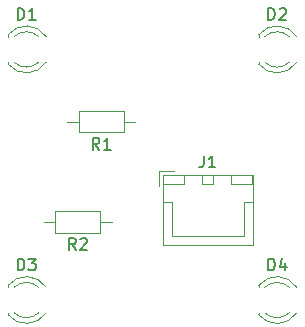
<source format=gbr>
%TF.GenerationSoftware,KiCad,Pcbnew,8.0.3*%
%TF.CreationDate,2024-07-15T13:33:40+01:00*%
%TF.ProjectId,Alignment PCB,416c6967-6e6d-4656-9e74-205043422e6b,rev?*%
%TF.SameCoordinates,Original*%
%TF.FileFunction,Legend,Top*%
%TF.FilePolarity,Positive*%
%FSLAX46Y46*%
G04 Gerber Fmt 4.6, Leading zero omitted, Abs format (unit mm)*
G04 Created by KiCad (PCBNEW 8.0.3) date 2024-07-15 13:33:40*
%MOMM*%
%LPD*%
G01*
G04 APERTURE LIST*
%ADD10C,0.150000*%
%ADD11C,0.120000*%
G04 APERTURE END LIST*
D10*
X109641905Y-58104819D02*
X109641905Y-57104819D01*
X109641905Y-57104819D02*
X109880000Y-57104819D01*
X109880000Y-57104819D02*
X110022857Y-57152438D01*
X110022857Y-57152438D02*
X110118095Y-57247676D01*
X110118095Y-57247676D02*
X110165714Y-57342914D01*
X110165714Y-57342914D02*
X110213333Y-57533390D01*
X110213333Y-57533390D02*
X110213333Y-57676247D01*
X110213333Y-57676247D02*
X110165714Y-57866723D01*
X110165714Y-57866723D02*
X110118095Y-57961961D01*
X110118095Y-57961961D02*
X110022857Y-58057200D01*
X110022857Y-58057200D02*
X109880000Y-58104819D01*
X109880000Y-58104819D02*
X109641905Y-58104819D01*
X111070476Y-57438152D02*
X111070476Y-58104819D01*
X110832381Y-57057200D02*
X110594286Y-57771485D01*
X110594286Y-57771485D02*
X111213333Y-57771485D01*
X88421905Y-58104819D02*
X88421905Y-57104819D01*
X88421905Y-57104819D02*
X88660000Y-57104819D01*
X88660000Y-57104819D02*
X88802857Y-57152438D01*
X88802857Y-57152438D02*
X88898095Y-57247676D01*
X88898095Y-57247676D02*
X88945714Y-57342914D01*
X88945714Y-57342914D02*
X88993333Y-57533390D01*
X88993333Y-57533390D02*
X88993333Y-57676247D01*
X88993333Y-57676247D02*
X88945714Y-57866723D01*
X88945714Y-57866723D02*
X88898095Y-57961961D01*
X88898095Y-57961961D02*
X88802857Y-58057200D01*
X88802857Y-58057200D02*
X88660000Y-58104819D01*
X88660000Y-58104819D02*
X88421905Y-58104819D01*
X89326667Y-57104819D02*
X89945714Y-57104819D01*
X89945714Y-57104819D02*
X89612381Y-57485771D01*
X89612381Y-57485771D02*
X89755238Y-57485771D01*
X89755238Y-57485771D02*
X89850476Y-57533390D01*
X89850476Y-57533390D02*
X89898095Y-57581009D01*
X89898095Y-57581009D02*
X89945714Y-57676247D01*
X89945714Y-57676247D02*
X89945714Y-57914342D01*
X89945714Y-57914342D02*
X89898095Y-58009580D01*
X89898095Y-58009580D02*
X89850476Y-58057200D01*
X89850476Y-58057200D02*
X89755238Y-58104819D01*
X89755238Y-58104819D02*
X89469524Y-58104819D01*
X89469524Y-58104819D02*
X89374286Y-58057200D01*
X89374286Y-58057200D02*
X89326667Y-58009580D01*
X109641905Y-36884819D02*
X109641905Y-35884819D01*
X109641905Y-35884819D02*
X109880000Y-35884819D01*
X109880000Y-35884819D02*
X110022857Y-35932438D01*
X110022857Y-35932438D02*
X110118095Y-36027676D01*
X110118095Y-36027676D02*
X110165714Y-36122914D01*
X110165714Y-36122914D02*
X110213333Y-36313390D01*
X110213333Y-36313390D02*
X110213333Y-36456247D01*
X110213333Y-36456247D02*
X110165714Y-36646723D01*
X110165714Y-36646723D02*
X110118095Y-36741961D01*
X110118095Y-36741961D02*
X110022857Y-36837200D01*
X110022857Y-36837200D02*
X109880000Y-36884819D01*
X109880000Y-36884819D02*
X109641905Y-36884819D01*
X110594286Y-35980057D02*
X110641905Y-35932438D01*
X110641905Y-35932438D02*
X110737143Y-35884819D01*
X110737143Y-35884819D02*
X110975238Y-35884819D01*
X110975238Y-35884819D02*
X111070476Y-35932438D01*
X111070476Y-35932438D02*
X111118095Y-35980057D01*
X111118095Y-35980057D02*
X111165714Y-36075295D01*
X111165714Y-36075295D02*
X111165714Y-36170533D01*
X111165714Y-36170533D02*
X111118095Y-36313390D01*
X111118095Y-36313390D02*
X110546667Y-36884819D01*
X110546667Y-36884819D02*
X111165714Y-36884819D01*
X88421905Y-36884819D02*
X88421905Y-35884819D01*
X88421905Y-35884819D02*
X88660000Y-35884819D01*
X88660000Y-35884819D02*
X88802857Y-35932438D01*
X88802857Y-35932438D02*
X88898095Y-36027676D01*
X88898095Y-36027676D02*
X88945714Y-36122914D01*
X88945714Y-36122914D02*
X88993333Y-36313390D01*
X88993333Y-36313390D02*
X88993333Y-36456247D01*
X88993333Y-36456247D02*
X88945714Y-36646723D01*
X88945714Y-36646723D02*
X88898095Y-36741961D01*
X88898095Y-36741961D02*
X88802857Y-36837200D01*
X88802857Y-36837200D02*
X88660000Y-36884819D01*
X88660000Y-36884819D02*
X88421905Y-36884819D01*
X89945714Y-36884819D02*
X89374286Y-36884819D01*
X89660000Y-36884819D02*
X89660000Y-35884819D01*
X89660000Y-35884819D02*
X89564762Y-36027676D01*
X89564762Y-36027676D02*
X89469524Y-36122914D01*
X89469524Y-36122914D02*
X89374286Y-36170533D01*
X93333333Y-56374819D02*
X93000000Y-55898628D01*
X92761905Y-56374819D02*
X92761905Y-55374819D01*
X92761905Y-55374819D02*
X93142857Y-55374819D01*
X93142857Y-55374819D02*
X93238095Y-55422438D01*
X93238095Y-55422438D02*
X93285714Y-55470057D01*
X93285714Y-55470057D02*
X93333333Y-55565295D01*
X93333333Y-55565295D02*
X93333333Y-55708152D01*
X93333333Y-55708152D02*
X93285714Y-55803390D01*
X93285714Y-55803390D02*
X93238095Y-55851009D01*
X93238095Y-55851009D02*
X93142857Y-55898628D01*
X93142857Y-55898628D02*
X92761905Y-55898628D01*
X93714286Y-55470057D02*
X93761905Y-55422438D01*
X93761905Y-55422438D02*
X93857143Y-55374819D01*
X93857143Y-55374819D02*
X94095238Y-55374819D01*
X94095238Y-55374819D02*
X94190476Y-55422438D01*
X94190476Y-55422438D02*
X94238095Y-55470057D01*
X94238095Y-55470057D02*
X94285714Y-55565295D01*
X94285714Y-55565295D02*
X94285714Y-55660533D01*
X94285714Y-55660533D02*
X94238095Y-55803390D01*
X94238095Y-55803390D02*
X93666667Y-56374819D01*
X93666667Y-56374819D02*
X94285714Y-56374819D01*
X95333333Y-47874819D02*
X95000000Y-47398628D01*
X94761905Y-47874819D02*
X94761905Y-46874819D01*
X94761905Y-46874819D02*
X95142857Y-46874819D01*
X95142857Y-46874819D02*
X95238095Y-46922438D01*
X95238095Y-46922438D02*
X95285714Y-46970057D01*
X95285714Y-46970057D02*
X95333333Y-47065295D01*
X95333333Y-47065295D02*
X95333333Y-47208152D01*
X95333333Y-47208152D02*
X95285714Y-47303390D01*
X95285714Y-47303390D02*
X95238095Y-47351009D01*
X95238095Y-47351009D02*
X95142857Y-47398628D01*
X95142857Y-47398628D02*
X94761905Y-47398628D01*
X96285714Y-47874819D02*
X95714286Y-47874819D01*
X96000000Y-47874819D02*
X96000000Y-46874819D01*
X96000000Y-46874819D02*
X95904762Y-47017676D01*
X95904762Y-47017676D02*
X95809524Y-47112914D01*
X95809524Y-47112914D02*
X95714286Y-47160533D01*
X104166666Y-48379819D02*
X104166666Y-49094104D01*
X104166666Y-49094104D02*
X104119047Y-49236961D01*
X104119047Y-49236961D02*
X104023809Y-49332200D01*
X104023809Y-49332200D02*
X103880952Y-49379819D01*
X103880952Y-49379819D02*
X103785714Y-49379819D01*
X105166666Y-49379819D02*
X104595238Y-49379819D01*
X104880952Y-49379819D02*
X104880952Y-48379819D01*
X104880952Y-48379819D02*
X104785714Y-48522676D01*
X104785714Y-48522676D02*
X104690476Y-48617914D01*
X104690476Y-48617914D02*
X104595238Y-48665533D01*
D11*
%TO.C,D4*%
X108820000Y-59374000D02*
X108820000Y-59530000D01*
X108820000Y-61690000D02*
X108820000Y-61846000D01*
X108820000Y-59374484D02*
G75*
G02*
X112052335Y-59531392I1560000J-1235516D01*
G01*
X109339039Y-59530000D02*
G75*
G02*
X111421130Y-59530163I1040961J-1080000D01*
G01*
X111421130Y-61689837D02*
G75*
G02*
X109339039Y-61690000I-1041130J1079837D01*
G01*
X112052335Y-61688608D02*
G75*
G02*
X108820000Y-61845516I-1672335J1078608D01*
G01*
%TO.C,D3*%
X87600000Y-59374000D02*
X87600000Y-59530000D01*
X87600000Y-61690000D02*
X87600000Y-61846000D01*
X87600000Y-59374484D02*
G75*
G02*
X90832335Y-59531392I1560000J-1235516D01*
G01*
X88119039Y-59530000D02*
G75*
G02*
X90201130Y-59530163I1040961J-1080000D01*
G01*
X90201130Y-61689837D02*
G75*
G02*
X88119039Y-61690000I-1041130J1079837D01*
G01*
X90832335Y-61688608D02*
G75*
G02*
X87600000Y-61845516I-1672335J1078608D01*
G01*
%TO.C,D2*%
X112052335Y-40468608D02*
G75*
G02*
X108820000Y-40625516I-1672335J1078608D01*
G01*
X111421130Y-40469837D02*
G75*
G02*
X109339039Y-40470000I-1041130J1079837D01*
G01*
X109339039Y-38310000D02*
G75*
G02*
X111421130Y-38310163I1040961J-1080000D01*
G01*
X108820000Y-38154484D02*
G75*
G02*
X112052335Y-38311392I1560000J-1235516D01*
G01*
X108820000Y-40470000D02*
X108820000Y-40626000D01*
X108820000Y-38154000D02*
X108820000Y-38310000D01*
%TO.C,D1*%
X90832335Y-40468608D02*
G75*
G02*
X87600000Y-40625516I-1672335J1078608D01*
G01*
X90201130Y-40469837D02*
G75*
G02*
X88119039Y-40470000I-1041130J1079837D01*
G01*
X88119039Y-38310000D02*
G75*
G02*
X90201130Y-38310163I1040961J-1080000D01*
G01*
X87600000Y-38154484D02*
G75*
G02*
X90832335Y-38311392I1560000J-1235516D01*
G01*
X87600000Y-40470000D02*
X87600000Y-40626000D01*
X87600000Y-38154000D02*
X87600000Y-38310000D01*
%TO.C,R2*%
X96370000Y-54000000D02*
X95420000Y-54000000D01*
X95420000Y-54920000D02*
X95420000Y-53080000D01*
X95420000Y-53080000D02*
X91580000Y-53080000D01*
X91580000Y-54920000D02*
X95420000Y-54920000D01*
X91580000Y-53080000D02*
X91580000Y-54920000D01*
X90630000Y-54000000D02*
X91580000Y-54000000D01*
%TO.C,R1*%
X98370000Y-45500000D02*
X97420000Y-45500000D01*
X97420000Y-46420000D02*
X97420000Y-44580000D01*
X97420000Y-44580000D02*
X93580000Y-44580000D01*
X93580000Y-46420000D02*
X97420000Y-46420000D01*
X93580000Y-44580000D02*
X93580000Y-46420000D01*
X92630000Y-45500000D02*
X93580000Y-45500000D01*
%TO.C,J1*%
X100400000Y-49725000D02*
X100400000Y-50975000D01*
X100690000Y-50015000D02*
X100690000Y-55985000D01*
X100690000Y-55985000D02*
X108310000Y-55985000D01*
X100700000Y-50025000D02*
X100700000Y-50775000D01*
X100700000Y-50775000D02*
X102500000Y-50775000D01*
X100700000Y-52275000D02*
X101450000Y-52275000D01*
X101450000Y-52275000D02*
X101450000Y-55225000D01*
X101450000Y-55225000D02*
X104500000Y-55225000D01*
X101650000Y-49725000D02*
X100400000Y-49725000D01*
X102500000Y-50025000D02*
X100700000Y-50025000D01*
X102500000Y-50775000D02*
X102500000Y-50025000D01*
X104000000Y-50025000D02*
X104000000Y-50775000D01*
X104000000Y-50775000D02*
X105000000Y-50775000D01*
X105000000Y-50025000D02*
X104000000Y-50025000D01*
X105000000Y-50775000D02*
X105000000Y-50025000D01*
X106500000Y-50025000D02*
X106500000Y-50775000D01*
X106500000Y-50775000D02*
X108300000Y-50775000D01*
X107550000Y-52275000D02*
X107550000Y-55225000D01*
X107550000Y-55225000D02*
X104500000Y-55225000D01*
X108300000Y-50025000D02*
X106500000Y-50025000D01*
X108300000Y-50775000D02*
X108300000Y-50025000D01*
X108300000Y-52275000D02*
X107550000Y-52275000D01*
X108310000Y-50015000D02*
X100690000Y-50015000D01*
X108310000Y-55985000D02*
X108310000Y-50015000D01*
%TD*%
M02*

</source>
